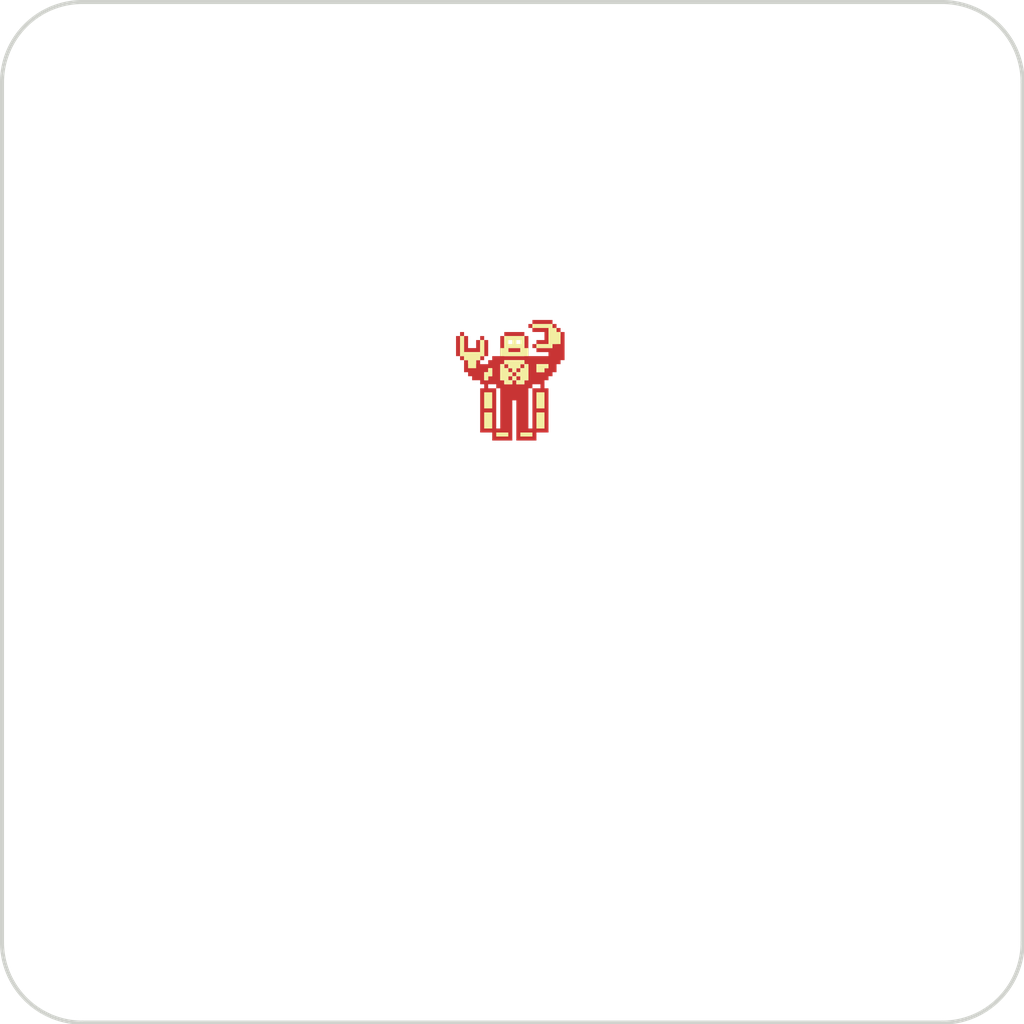
<source format=kicad_pcb>

            
(kicad_pcb (version 20171130) (host pcbnew 5.1.6)

  (page A3)
  (title_block
    (title travis)
    (rev 2024.03.25)
    (company "Travis Hardiman")
  )

  (general
    (thickness 1.6)
  )

  (layers
    (0 F.Cu signal)
    (31 B.Cu signal)
    (32 B.Adhes user)
    (33 F.Adhes user)
    (34 B.Paste user)
    (35 F.Paste user)
    (36 B.SilkS user)
    (37 F.SilkS user)
    (38 B.Mask user)
    (39 F.Mask user)
    (40 Dwgs.User user)
    (41 Cmts.User user)
    (42 Eco1.User user)
    (43 Eco2.User user)
    (44 Edge.Cuts user)
    (45 Margin user)
    (46 B.CrtYd user)
    (47 F.CrtYd user)
    (48 B.Fab user)
    (49 F.Fab user)
  )

  (setup
    (last_trace_width 0.25)
    (trace_clearance 0.2)
    (zone_clearance 0.508)
    (zone_45_only no)
    (trace_min 0.2)
    (via_size 0.8)
    (via_drill 0.4)
    (via_min_size 0.4)
    (via_min_drill 0.3)
    (uvia_size 0.3)
    (uvia_drill 0.1)
    (uvias_allowed no)
    (uvia_min_size 0.2)
    (uvia_min_drill 0.1)
    (edge_width 0.05)
    (segment_width 0.2)
    (pcb_text_width 0.3)
    (pcb_text_size 1.5 1.5)
    (mod_edge_width 0.12)
    (mod_text_size 1 1)
    (mod_text_width 0.15)
    (pad_size 1.524 1.524)
    (pad_drill 0.762)
    (pad_to_mask_clearance 0.05)
    (aux_axis_origin 0 0)
    (visible_elements FFFFFF7F)
    (pcbplotparams
      (layerselection 0x010fc_ffffffff)
      (usegerberextensions false)
      (usegerberattributes true)
      (usegerberadvancedattributes true)
      (creategerberjobfile true)
      (excludeedgelayer true)
      (linewidth 0.100000)
      (plotframeref false)
      (viasonmask false)
      (mode 1)
      (useauxorigin false)
      (hpglpennumber 1)
      (hpglpenspeed 20)
      (hpglpendiameter 15.000000)
      (psnegative false)
      (psa4output false)
      (plotreference true)
      (plotvalue true)
      (plotinvisibletext false)
      (padsonsilk false)
      (subtractmaskfromsilk false)
      (outputformat 1)
      (mirror false)
      (drillshape 1)
      (scaleselection 1)
      (outputdirectory ""))
  )

            (net 0 "")
            
  (net_class Default "This is the default net class."
    (clearance 0.2)
    (trace_width 0.25)
    (via_dia 0.8)
    (via_drill 0.4)
    (uvia_dia 0.3)
    (uvia_drill 0.1)
    (add_net "")
  )

            
    (module "travis:travis" (layer "F.Cu") (tedit 0)
    (at 0 0 0)
    (attr virtual)
    (fp_text reference "LOGO1" (at 0 -0.5 0)(layer "F.SilkS") hide
      (effects (font (size 1 1) (thickness 0.1)))
    )
    (fp_poly
       (pts
         (xy -0.750369 -4.179556)
         (xy -0.750369 -3.879409)
         (xy -0.900443 -3.879409)
         (xy -1.050517 -3.879409)
         (xy -1.050517 -4.179556)
         (xy -1.050517 -4.479704)
         (xy -0.900443 -4.479704)
         (xy -0.750369 -4.479704)
       )
       (stroke (width 0) (type solid)) (fill solid) (layer "F.SilkS")(uuid "f3347aa0-c9ef-45b7-bd62-cabcd01915eb"))
     (fp_poly
       (pts
         (xy -0.750369 -3.429187)
         (xy -0.750369 -3.129039)
         (xy -0.900443 -3.129039)
         (xy -1.050517 -3.129039)
         (xy -1.050517 -3.429187)
         (xy -1.050517 -3.729335)
         (xy -0.900443 -3.729335)
         (xy -0.750369 -3.729335)
       )
       (stroke (width 0) (type solid)) (fill solid) (layer "F.SilkS")(uuid "989c0ae3-a6b4-4524-8001-cafd48363946"))
     (fp_poly
       (pts
         (xy -0.150073 -2.903929)
         (xy -0.150073 -2.828892)
         (xy -0.375184 -2.828892)
         (xy -0.600295 -2.828892)
         (xy -0.600295 -2.903929)
         (xy -0.600295 -2.978966)
         (xy -0.375184 -2.978966)
         (xy -0.150073 -2.978966)
       )
       (stroke (width 0) (type solid)) (fill solid) (layer "F.SilkS")(uuid "b44aa831-de17-48be-9bcc-064a9014d5d0"))
     (fp_poly
       (pts
         (xy 0.75037 -2.903929)
         (xy 0.75037 -2.828892)
         (xy 0.525259 -2.828892)
         (xy 0.300148 -2.828892)
         (xy 0.300148 -2.903929)
         (xy 0.300148 -2.978966)
         (xy 0.525259 -2.978966)
         (xy 0.75037 -2.978966)
       )
       (stroke (width 0) (type solid)) (fill solid) (layer "F.SilkS")(uuid "4579f7d2-c6df-4d39-b054-daa4e6041e99"))
     (fp_poly
       (pts
         (xy 1.200591 -4.179556)
         (xy 1.200591 -3.879409)
         (xy 1.050517 -3.879409)
         (xy 0.900444 -3.879409)
         (xy 0.900444 -4.179556)
         (xy 0.900444 -4.479704)
         (xy 1.050517 -4.479704)
         (xy 1.200591 -4.479704)
       )
       (stroke (width 0) (type solid)) (fill solid) (layer "F.SilkS")(uuid "ec92309e-bd21-4a15-ae92-6bb3591a1845"))
     (fp_poly
       (pts
         (xy 1.200591 -3.429187)
         (xy 1.200591 -3.129039)
         (xy 1.050517 -3.129039)
         (xy 0.900444 -3.129039)
         (xy 0.900444 -3.429187)
         (xy 0.900444 -3.729335)
         (xy 1.050517 -3.729335)
         (xy 1.200591 -3.729335)
       )
       (stroke (width 0) (type solid)) (fill solid) (layer "F.SilkS")(uuid "de7e491d-0a2c-48d8-b793-95170c3c38f0"))
     (fp_poly
       (pts
         (xy 1.350665 -5.455184)
         (xy 1.350665 -5.380147)
         (xy 1.275628 -5.380147)
         (xy 1.200591 -5.380147)
         (xy 1.200591 -5.30511)
         (xy 1.200591 -5.230073)
         (xy 1.050517 -5.230073)
         (xy 0.900444 -5.230073)
         (xy 0.900444 -5.380147)
         (xy 0.900444 -5.530221)
         (xy 1.125554 -5.530221)
         (xy 1.350665 -5.530221)
       )
       (stroke (width 0) (type solid)) (fill solid) (layer "F.SilkS")(uuid "9c1d6d17-5c49-44da-ab6b-ca207503f5df"))
     (fp_poly
       (pts
         (xy -0.750369 -5.230073)
         (xy -0.750369 -5.08)
         (xy -0.825406 -5.08)
         (xy -0.900443 -5.08)
         (xy -0.900443 -5.004963)
         (xy -0.900443 -4.929926)
         (xy -0.97548 -4.929926)
         (xy -1.050517 -4.929926)
         (xy -1.050517 -5.08)
         (xy -1.050517 -5.230073)
         (xy -0.97548 -5.230073)
         (xy -0.900443 -5.230073)
         (xy -0.900443 -5.30511)
         (xy -0.900443 -5.380147)
         (xy -0.825406 -5.380147)
         (xy -0.750369 -5.380147)
       )
       (stroke (width 0) (type solid)) (fill solid) (layer "F.SilkS")(uuid "ac626845-71e3-48ec-95c2-388b04ca795f"))
     (fp_poly
       (pts
         (xy 1.500739 -6.955923)
         (xy 1.500739 -6.880886)
         (xy 1.575776 -6.880886)
         (xy 1.650813 -6.880886)
         (xy 1.650813 -6.805849)
         (xy 1.650813 -6.730812)
         (xy 1.72585 -6.730812)
         (xy 1.800887 -6.730812)
         (xy 1.800887 -6.505701)
         (xy 1.800887 -6.28059)
         (xy 1.650813 -6.28059)
         (xy 1.500739 -6.28059)
         (xy 1.500739 -6.205553)
         (xy 1.500739 -6.130517)
         (xy 1.200591 -6.130517)
         (xy 0.900444 -6.130517)
         (xy 0.900444 -6.205553)
         (xy 0.900444 -6.28059)
         (xy 1.125554 -6.28059)
         (xy 1.350665 -6.28059)
         (xy 1.350665 -6.580738)
         (xy 1.350665 -6.880886)
         (xy 1.050517 -6.880886)
         (xy 0.75037 -6.880886)
         (xy 0.75037 -6.955923)
         (xy 0.75037 -7.03096)
         (xy 1.125554 -7.03096)
         (xy 1.500739 -7.03096)
       )
       (stroke (width 0) (type solid)) (fill solid) (layer "F.SilkS")(uuid "bdf3adbc-3cd0-494c-86e3-6006d3c6535e"))
     (fp_poly
       (pts
         (xy -1.800886 -6.28059)
         (xy -1.800886 -5.980443)
         (xy -1.500738 -5.980443)
         (xy -1.20059 -5.980443)
         (xy -1.20059 -6.205553)
         (xy -1.20059 -6.430664)
         (xy -1.125553 -6.430664)
         (xy -1.050517 -6.430664)
         (xy -1.050517 -6.130517)
         (xy -1.050517 -5.830369)
         (xy -1.125553 -5.830369)
         (xy -1.20059 -5.830369)
         (xy -1.20059 -5.755332)
         (xy -1.20059 -5.680295)
         (xy -1.275627 -5.680295)
         (xy -1.350664 -5.680295)
         (xy -1.350664 -5.530221)
         (xy -1.350664 -5.380147)
         (xy -1.500738 -5.380147)
         (xy -1.650812 -5.380147)
         (xy -1.650812 -5.530221)
         (xy -1.650812 -5.680295)
         (xy -1.725849 -5.680295)
         (xy -1.800886 -5.680295)
         (xy -1.800886 -5.755332)
         (xy -1.800886 -5.830369)
         (xy -1.875923 -5.830369)
         (xy -1.95096 -5.830369)
         (xy -1.95096 -6.205553)
         (xy -1.95096 -6.580738)
         (xy -1.875923 -6.580738)
         (xy -1.800886 -6.580738)
       )
       (stroke (width 0) (type solid)) (fill solid) (layer "F.SilkS")(uuid "2a76c272-fb8b-4e9f-8387-183d2d5cab83"))
     (fp_poly
       (pts
         (xy 0.450222 -6.355627)
         (xy 0.450222 -6.130517)
         (xy 0.525259 -6.130517)
         (xy 0.600296 -6.130517)
         (xy 0.600296 -5.980443)
         (xy 0.600296 -5.830369)
         (xy 0.075037 -5.830369)
         (xy -0.450221 -5.830369)
         (xy -0.450221 -5.980443)
         (xy -0.450221 -6.130517)
         (xy -0.375184 -6.130517)
         (xy -0.300147 -6.130517)
         (xy -0.150073 -6.130517)
         (xy -0.150073 -6.05548)
         (xy -0.150073 -5.980443)
         (xy 0.075037 -5.980443)
         (xy 0.300148 -5.980443)
         (xy 0.300148 -6.05548)
         (xy 0.300148 -6.130517)
         (xy 0.075037 -6.130517)
         (xy -0.150073 -6.130517)
         (xy -0.300147 -6.130517)
         (xy -0.300147 -6.355627)
         (xy -0.300147 -6.430664)
         (xy -0.150073 -6.430664)
         (xy -0.150073 -6.355627)
         (xy -0.150073 -6.28059)
         (xy -0.075037 -6.28059)
         (xy 0 -6.28059)
         (xy 0 -6.355627)
         (xy 0 -6.430664)
         (xy 0.150074 -6.430664)
         (xy 0.150074 -6.355627)
         (xy 0.150074 -6.28059)
         (xy 0.225111 -6.28059)
         (xy 0.300148 -6.28059)
         (xy 0.300148 -6.355627)
         (xy 0.300148 -6.430664)
         (xy 0.225111 -6.430664)
         (xy 0.150074 -6.430664)
         (xy 0 -6.430664)
         (xy -0.075037 -6.430664)
         (xy -0.150073 -6.430664)
         (xy -0.300147 -6.430664)
         (xy -0.300147 -6.580738)
         (xy 0.075037 -6.580738)
         (xy 0.450222 -6.580738)
       )
       (stroke (width 0) (type solid)) (fill solid) (layer "F.SilkS")(uuid "fffc63b0-5fec-4f90-9be5-0151377b46f3"))
     (fp_poly
       (pts
         (xy 0.450222 -5.605258)
         (xy 0.450222 -5.530221)
         (xy 0.375185 -5.530221)
         (xy 0.300148 -5.530221)
         (xy 0.300148 -5.455184)
         (xy 0.300148 -5.380147)
         (xy 0.225111 -5.380147)
         (xy 0.150074 -5.380147)
         (xy 0.150074 -5.30511)
         (xy 0.150074 -5.230073)
         (xy 0.075037 -5.230073)
         (xy 0 -5.230073)
         (xy 0 -5.30511)
         (xy 0 -5.380147)
         (xy -0.075037 -5.380147)
         (xy -0.150073 -5.380147)
         (xy -0.150073 -5.30511)
         (xy -0.150073 -5.230073)
         (xy -0.075037 -5.230073)
         (xy 0 -5.230073)
         (xy 0 -5.155037)
         (xy 0 -5.08)
         (xy -0.075037 -5.08)
         (xy -0.150073 -5.08)
         (xy -0.150073 -5.004963)
         (xy -0.150073 -4.929926)
         (xy -0.075037 -4.929926)
         (xy 0 -4.929926)
         (xy 0 -5.004963)
         (xy 0 -5.08)
         (xy 0.075037 -5.08)
         (xy 0.150074 -5.08)
         (xy 0.150074 -5.004963)
         (xy 0.150074 -4.929926)
         (xy 0.225111 -4.929926)
         (xy 0.300148 -4.929926)
         (xy 0.300148 -5.004963)
         (xy 0.300148 -5.08)
         (xy 0.225111 -5.08)
         (xy 0.150074 -5.08)
         (xy 0.150074 -5.155037)
         (xy 0.150074 -5.230073)
         (xy 0.225111 -5.230073)
         (xy 0.300148 -5.230073)
         (xy 0.300148 -5.30511)
         (xy 0.300148 -5.380147)
         (xy 0.375185 -5.380147)
         (xy 0.450222 -5.380147)
         (xy 0.450222 -5.455184)
         (xy 0.450222 -5.530221)
         (xy 0.525259 -5.530221)
         (xy 0.600296 -5.530221)
         (xy 0.600296 -5.230073)
         (xy 0.600296 -4.929926)
         (xy 0.525259 -4.929926)
         (xy 0.450222 -4.929926)
         (xy 0.450222 -4.854889)
         (xy 0.450222 -4.779852)
         (xy 0.300148 -4.779852)
         (xy 0.150074 -4.779852)
         (xy 0.150074 -4.854889)
         (xy 0.150074 -4.929926)
         (xy 0.075037 -4.929926)
         (xy 0 -4.929926)
         (xy 0 -4.854889)
         (xy 0 -4.779852)
         (xy -0.150073 -4.779852)
         (xy -0.300147 -4.779852)
         (xy -0.300147 -4.854889)
         (xy -0.300147 -4.929926)
         (xy -0.375184 -4.929926)
         (xy -0.450221 -4.929926)
         (xy -0.450221 -5.230073)
         (xy -0.450221 -5.530221)
         (xy -0.375184 -5.530221)
         (xy -0.300147 -5.530221)
         (xy -0.300147 -5.455184)
         (xy -0.300147 -5.380147)
         (xy -0.22511 -5.380147)
         (xy -0.150073 -5.380147)
         (xy -0.150073 -5.455184)
         (xy -0.150073 -5.530221)
         (xy -0.22511 -5.530221)
         (xy -0.300147 -5.530221)
         (xy -0.300147 -5.605258)
         (xy -0.300147 -5.680295)
         (xy 0.075037 -5.680295)
         (xy 0.450222 -5.680295)
       )
       (stroke (width 0) (type solid)) (fill solid) (layer "F.SilkS")(uuid "6126b5f1-311c-4ee9-b3cc-9efa448e5dc4"))
     (fp_poly
       (pts
         (xy 0 -6.355627)
         (xy 0 -6.28059)
         (xy -0.075037 -6.28059)
         (xy -0.150073 -6.28059)
         (xy -0.150073 -6.355627)
         (xy -0.150073 -6.430664)
         (xy -0.075037 -6.430664)
         (xy 0 -6.430664)
       )
       (stroke (width 0) (type solid)) (fill solid) (layer "F.Mask")(uuid "aab62cca-211b-4166-9345-6d18662b1ee3"))
     (fp_poly
       (pts
         (xy 0.300148 -6.355627)
         (xy 0.300148 -6.28059)
         (xy 0.225111 -6.28059)
         (xy 0.150074 -6.28059)
         (xy 0.150074 -6.355627)
         (xy 0.150074 -6.430664)
         (xy 0.225111 -6.430664)
         (xy 0.300148 -6.430664)
       )
       (stroke (width 0) (type solid)) (fill solid) (layer "F.Mask")(uuid "2a9dcf12-656f-463c-a422-473ec99e2b4f"))
     (fp_poly
       (pts
         (xy -1.800886 -5.755332)
         (xy -1.800886 -5.680295)
         (xy -1.875923 -5.680295)
         (xy -1.95096 -5.680295)
         (xy -1.95096 -5.755332)
         (xy -1.95096 -5.830369)
         (xy -1.875923 -5.830369)
         (xy -1.800886 -5.830369)
       )
       (stroke (width 0) (type solid)) (fill solid) (layer F.Cu)(uuid "78f78fbe-263a-45f3-9e05-45a7f42dbf30"))
     (fp_poly
       (pts
         (xy -0.150073 -5.455184)
         (xy -0.150073 -5.380147)
         (xy -0.22511 -5.380147)
         (xy -0.300147 -5.380147)
         (xy -0.300147 -5.455184)
         (xy -0.300147 -5.530221)
         (xy -0.22511 -5.530221)
         (xy -0.150073 -5.530221)
       )
       (stroke (width 0) (type solid)) (fill solid) (layer F.Cu)(uuid "715c68c2-dcaa-4e3b-99eb-141a5f647d0a"))
     (fp_poly
       (pts
         (xy 0.300148 -6.05548)
         (xy 0.300148 -5.980443)
         (xy 0.075037 -5.980443)
         (xy -0.150073 -5.980443)
         (xy -0.150073 -6.05548)
         (xy -0.150073 -6.130517)
         (xy 0.075037 -6.130517)
         (xy 0.300148 -6.130517)
       )
       (stroke (width 0) (type solid)) (fill solid) (layer F.Cu)(uuid "daa6417e-99a6-4bfe-a398-65fa72620ee7"))
     (fp_poly
       (pts
         (xy 0.300148 -5.004963)
         (xy 0.300148 -4.929926)
         (xy 0.225111 -4.929926)
         (xy 0.150074 -4.929926)
         (xy 0.150074 -5.004963)
         (xy 0.150074 -5.08)
         (xy 0.225111 -5.08)
         (xy 0.300148 -5.08)
       )
       (stroke (width 0) (type solid)) (fill solid) (layer F.Cu)(uuid "9ad8782d-77c3-410d-9b6b-b60dccd88e4c"))
     (fp_poly
       (pts
         (xy 1.650813 -6.955923)
         (xy 1.650813 -6.880886)
         (xy 1.575776 -6.880886)
         (xy 1.500739 -6.880886)
         (xy 1.500739 -6.955923)
         (xy 1.500739 -7.03096)
         (xy 1.575776 -7.03096)
         (xy 1.650813 -7.03096)
       )
       (stroke (width 0) (type solid)) (fill solid) (layer F.Cu)(uuid "8a6a3756-3d23-41d3-9976-52b00d70c268"))
     (fp_poly
       (pts
         (xy 1.800887 -6.805849)
         (xy 1.800887 -6.730812)
         (xy 1.72585 -6.730812)
         (xy 1.650813 -6.730812)
         (xy 1.650813 -6.805849)
         (xy 1.650813 -6.880886)
         (xy 1.72585 -6.880886)
         (xy 1.800887 -6.880886)
       )
       (stroke (width 0) (type solid)) (fill solid) (layer F.Cu)(uuid "a42c7295-339a-4f00-954b-279d007f6704"))
     (fp_poly
       (pts
         (xy -1.800886 -6.655775)
         (xy -1.800886 -6.580738)
         (xy -1.875923 -6.580738)
         (xy -1.95096 -6.580738)
         (xy -1.95096 -6.205553)
         (xy -1.95096 -5.830369)
         (xy -2.025997 -5.830369)
         (xy -2.101034 -5.830369)
         (xy -2.101034 -6.205553)
         (xy -2.101034 -6.580738)
         (xy -2.025997 -6.580738)
         (xy -1.95096 -6.580738)
         (xy -1.95096 -6.655775)
         (xy -1.95096 -6.730812)
         (xy -1.875923 -6.730812)
         (xy -1.800886 -6.730812)
       )
       (stroke (width 0) (type solid)) (fill solid) (layer F.Cu)(uuid "3a378b46-6c29-4930-b57a-a2e7b8daa980"))
     (fp_poly
       (pts
         (xy 1.500739 -7.105997)
         (xy 1.500739 -7.03096)
         (xy 1.125554 -7.03096)
         (xy 0.75037 -7.03096)
         (xy 0.75037 -6.955923)
         (xy 0.75037 -6.880886)
         (xy 0.675333 -6.880886)
         (xy 0.600296 -6.880886)
         (xy 0.600296 -6.955923)
         (xy 0.600296 -7.03096)
         (xy 0.675333 -7.03096)
         (xy 0.75037 -7.03096)
         (xy 0.75037 -7.105997)
         (xy 0.75037 -7.181034)
         (xy 1.125554 -7.181034)
         (xy 1.500739 -7.181034)
       )
       (stroke (width 0) (type solid)) (fill solid) (layer F.Cu)(uuid "a72177b7-2bd1-4eb6-9ad1-0a11c9da3b0e"))
     (fp_poly
       (pts
         (xy -1.650812 -6.355627)
         (xy -1.650812 -6.130517)
         (xy -1.500738 -6.130517)
         (xy -1.350664 -6.130517)
         (xy -1.350664 -6.28059)
         (xy -1.350664 -6.430664)
         (xy -1.275627 -6.430664)
         (xy -1.20059 -6.430664)
         (xy -1.20059 -6.505701)
         (xy -1.20059 -6.580738)
         (xy -1.125553 -6.580738)
         (xy -1.050517 -6.580738)
         (xy -1.050517 -6.505701)
         (xy -1.050517 -6.430664)
         (xy -1.125553 -6.430664)
         (xy -1.20059 -6.430664)
         (xy -1.20059 -6.205553)
         (xy -1.20059 -5.980443)
         (xy -1.500738 -5.980443)
         (xy -1.800886 -5.980443)
         (xy -1.800886 -6.28059)
         (xy -1.800886 -6.580738)
         (xy -1.725849 -6.580738)
         (xy -1.650812 -6.580738)
       )
       (stroke (width 0) (type solid)) (fill solid) (layer F.Cu)(uuid "6137f760-6b7b-4287-9d45-e9e2a45043ac"))
     (fp_poly
       (pts
         (xy 0.450222 -5.455184)
         (xy 0.450222 -5.380147)
         (xy 0.375185 -5.380147)
         (xy 0.300148 -5.380147)
         (xy 0.300148 -5.30511)
         (xy 0.300148 -5.230073)
         (xy 0.225111 -5.230073)
         (xy 0.150074 -5.230073)
         (xy 0.150074 -5.155037)
         (xy 0.150074 -5.08)
         (xy 0.075037 -5.08)
         (xy 0 -5.08)
         (xy 0 -5.004963)
         (xy 0 -4.929926)
         (xy -0.075037 -4.929926)
         (xy -0.150073 -4.929926)
         (xy -0.150073 -5.004963)
         (xy -0.150073 -5.08)
         (xy -0.075037 -5.08)
         (xy 0 -5.08)
         (xy 0 -5.155037)
         (xy 0 -5.230073)
         (xy -0.075037 -5.230073)
         (xy -0.150073 -5.230073)
         (xy -0.150073 -5.30511)
         (xy -0.150073 -5.380147)
         (xy -0.075037 -5.380147)
         (xy 0 -5.380147)
         (xy 0 -5.30511)
         (xy 0 -5.230073)
         (xy 0.075037 -5.230073)
         (xy 0.150074 -5.230073)
         (xy 0.150074 -5.30511)
         (xy 0.150074 -5.380147)
         (xy 0.225111 -5.380147)
         (xy 0.300148 -5.380147)
         (xy 0.300148 -5.455184)
         (xy 0.300148 -5.530221)
         (xy 0.375185 -5.530221)
         (xy 0.450222 -5.530221)
       )
       (stroke (width 0) (type solid)) (fill solid) (layer F.Cu)(uuid "2f3dea81-a50e-412b-ae53-3e8d82d321d5"))
     (fp_poly
       (pts
         (xy 1.350665 -6.580738)
         (xy 1.350665 -6.28059)
         (xy 1.125554 -6.28059)
         (xy 0.900444 -6.28059)
         (xy 0.900444 -6.205553)
         (xy 0.900444 -6.130517)
         (xy 1.200591 -6.130517)
         (xy 1.500739 -6.130517)
         (xy 1.500739 -6.205553)
         (xy 1.500739 -6.28059)
         (xy 1.575776 -6.28059)
         (xy 1.650813 -6.28059)
         (xy 1.650813 -6.430664)
         (xy 1.650813 -6.580738)
         (xy 1.72585 -6.580738)
         (xy 1.800887 -6.580738)
         (xy 1.800887 -6.655775)
         (xy 1.800887 -6.730812)
         (xy 1.875924 -6.730812)
         (xy 1.950961 -6.730812)
         (xy 1.950961 -6.205553)
         (xy 1.950961 -5.680295)
         (xy 1.875924 -5.680295)
         (xy 1.800887 -5.680295)
         (xy 1.800887 -5.605258)
         (xy 1.800887 -5.530221)
         (xy 1.72585 -5.530221)
         (xy 1.650813 -5.530221)
         (xy 1.650813 -5.380147)
         (xy 1.650813 -5.230073)
         (xy 1.575776 -5.230073)
         (xy 1.500739 -5.230073)
         (xy 1.500739 -5.155037)
         (xy 1.500739 -5.08)
         (xy 1.425702 -5.08)
         (xy 1.350665 -5.08)
         (xy 1.350665 -5.004963)
         (xy 1.350665 -4.929926)
         (xy 1.275628 -4.929926)
         (xy 1.200591 -4.929926)
         (xy 1.200591 -4.779852)
         (xy 1.200591 -4.629778)
         (xy 1.275628 -4.629778)
         (xy 1.350665 -4.629778)
         (xy 1.350665 -3.804372)
         (xy 1.350665 -2.978966)
         (xy 1.125554 -2.978966)
         (xy 0.900444 -2.978966)
         (xy 0.900444 -2.828892)
         (xy 0.900444 -2.678818)
         (xy 0.525259 -2.678818)
         (xy 0.150074 -2.678818)
         (xy 0.150074 -3.129039)
         (xy 0.600296 -3.129039)
         (xy 0.675333 -3.129039)
         (xy 0.75037 -3.129039)
         (xy 0.75037 -3.879409)
         (xy 0.75037 -4.629778)
         (xy 0.900444 -4.629778)
         (xy 1.050517 -4.629778)
         (xy 1.050517 -4.704815)
         (xy 1.050517 -4.779852)
         (xy 0.900444 -4.779852)
         (xy 0.75037 -4.779852)
         (xy 0.75037 -4.704815)
         (xy 0.75037 -4.629778)
         (xy 0.675333 -4.629778)
         (xy 0.600296 -4.629778)
         (xy 0.600296 -3.879409)
         (xy 0.600296 -3.129039)
         (xy 0.150074 -3.129039)
         (xy 0.150074 -3.429187)
         (xy 0.150074 -4.179556)
         (xy 0.075037 -4.179556)
         (xy 0 -4.179556)
         (xy 0 -3.429187)
         (xy 0 -2.678818)
         (xy -0.375184 -2.678818)
         (xy -0.750369 -2.678818)
         (xy -0.750369 -2.828892)
         (xy -0.750369 -2.978966)
         (xy -0.97548 -2.978966)
         (xy -1.20059 -2.978966)
         (xy -1.20059 -3.804372)
         (xy -1.20059 -4.629778)
         (xy -1.125553 -4.629778)
         (xy -1.050517 -4.629778)
         (xy -1.050517 -4.704815)
         (xy -1.050517 -4.779852)
         (xy -0.900443 -4.779852)
         (xy -0.900443 -4.704815)
         (xy -0.900443 -4.629778)
         (xy -0.750369 -4.629778)
         (xy -0.600295 -4.629778)
         (xy -0.600295 -3.879409)
         (xy -0.600295 -3.129039)
         (xy -0.525258 -3.129039)
         (xy -0.450221 -3.129039)
         (xy -0.450221 -3.879409)
         (xy -0.450221 -4.629778)
         (xy -0.525258 -4.629778)
         (xy -0.600295 -4.629778)
         (xy -0.600295 -4.704815)
         (xy -0.600295 -4.779852)
         (xy -0.750369 -4.779852)
         (xy -0.900443 -4.779852)
         (xy -1.050517 -4.779852)
         (xy -1.125553 -4.779852)
         (xy -1.20059 -4.779852)
         (xy -1.20059 -4.854889)
         (xy -1.20059 -4.929926)
         (xy -1.050517 -4.929926)
         (xy -0.97548 -4.929926)
         (xy -0.900443 -4.929926)
         (xy -0.450221 -4.929926)
         (xy -0.375184 -4.929926)
         (xy -0.300147 -4.929926)
         (xy -0.300147 -4.854889)
         (xy -0.300147 -4.779852)
         (xy -0.150073 -4.779852)
         (xy 0 -4.779852)
         (xy 0 -4.854889)
         (xy 0 -4.929926)
         (xy 0.075037 -4.929926)
         (xy 0.150074 -4.929926)
         (xy 0.150074 -4.854889)
         (xy 0.150074 -4.779852)
         (xy 0.300148 -4.779852)
         (xy 0.450222 -4.779852)
         (xy 0.450222 -4.854889)
         (xy 0.450222 -4.929926)
         (xy 0.525259 -4.929926)
         (xy 0.600296 -4.929926)
         (xy 0.600296 -5.230073)
         (xy 0.600296 -5.530221)
         (xy 0.900444 -5.530221)
         (xy 0.900444 -5.380147)
         (xy 0.900444 -5.230073)
         (xy 1.050517 -5.230073)
         (xy 1.200591 -5.230073)
         (xy 1.200591 -5.30511)
         (xy 1.200591 -5.380147)
         (xy 1.275628 -5.380147)
         (xy 1.350665 -5.380147)
         (xy 1.350665 -5.455184)
         (xy 1.350665 -5.530221)
         (xy 1.125554 -5.530221)
         (xy 0.900444 -5.530221)
         (xy 0.600296 -5.530221)
         (xy 0.525259 -5.530221)
         (xy 0.450222 -5.530221)
         (xy 0.450222 -5.605258)
         (xy 0.450222 -5.680295)
         (xy 0.075037 -5.680295)
         (xy -0.300147 -5.680295)
         (xy -0.300147 -5.605258)
         (xy -0.300147 -5.530221)
         (xy -0.375184 -5.530221)
         (xy -0.450221 -5.530221)
         (xy -0.450221 -5.230073)
         (xy -0.450221 -4.929926)
         (xy -0.900443 -4.929926)
         (xy -0.900443 -5.004963)
         (xy -0.900443 -5.08)
         (xy -0.825406 -5.08)
         (xy -0.750369 -5.08)
         (xy -0.750369 -5.230073)
         (xy -0.750369 -5.380147)
         (xy -0.825406 -5.380147)
         (xy -0.900443 -5.380147)
         (xy -0.900443 -5.30511)
         (xy -0.900443 -5.230073)
         (xy -0.97548 -5.230073)
         (xy -1.050517 -5.230073)
         (xy -1.050517 -5.08)
         (xy -1.050517 -4.929926)
         (xy -1.20059 -4.929926)
         (xy -1.350664 -4.929926)
         (xy -1.500738 -4.929926)
         (xy -1.500738 -5.004963)
         (xy -1.500738 -5.08)
         (xy -1.575775 -5.08)
         (xy -1.650812 -5.08)
         (xy -1.650812 -5.155037)
         (xy -1.650812 -5.230073)
         (xy -1.725849 -5.230073)
         (xy -1.800886 -5.230073)
         (xy -1.800886 -5.455184)
         (xy -1.800886 -5.680295)
         (xy -1.725849 -5.680295)
         (xy -1.650812 -5.680295)
         (xy -1.650812 -5.605258)
         (xy -1.650812 -5.530221)
         (xy -1.500738 -5.530221)
         (xy -1.350664 -5.530221)
         (xy -1.350664 -5.605258)
         (xy -1.350664 -5.680295)
         (xy -1.275627 -5.680295)
         (xy -1.20059 -5.680295)
         (xy -1.20059 -5.755332)
         (xy -1.20059 -5.830369)
         (xy -1.125553 -5.830369)
         (xy -1.050517 -5.830369)
         (xy -1.050517 -6.130517)
         (xy -1.050517 -6.430664)
         (xy -0.97548 -6.430664)
         (xy -0.900443 -6.430664)
         (xy -0.900443 -6.130517)
         (xy -0.900443 -5.830369)
         (xy -0.97548 -5.830369)
         (xy -1.050517 -5.830369)
         (xy -1.050517 -5.755332)
         (xy -1.050517 -5.680295)
         (xy -1.125553 -5.680295)
         (xy -1.20059 -5.680295)
         (xy -1.20059 -5.605258)
         (xy -1.20059 -5.530221)
         (xy -1.050517 -5.530221)
         (xy -0.900443 -5.530221)
         (xy -0.900443 -5.605258)
         (xy -0.900443 -5.680295)
         (xy -0.825406 -5.680295)
         (xy -0.750369 -5.680295)
         (xy -0.750369 -5.755332)
         (xy -0.750369 -5.830369)
         (xy -0.600295 -5.830369)
         (xy -0.450221 -5.830369)
         (xy -0.450221 -6.205553)
         (xy -0.450221 -6.580738)
         (xy -0.375184 -6.580738)
         (xy -0.300147 -6.580738)
         (xy -0.300147 -6.655775)
         (xy -0.300147 -6.730812)
         (xy 0.075037 -6.730812)
         (xy 0.450222 -6.730812)
         (xy 0.450222 -6.655775)
         (xy 0.450222 -6.580738)
         (xy 0.075037 -6.580738)
         (xy -0.300147 -6.580738)
         (xy -0.300147 -6.205553)
         (xy -0.300147 -5.830369)
         (xy 0.075037 -5.830369)
         (xy 0.450222 -5.830369)
         (xy 0.450222 -6.205553)
         (xy 0.450222 -6.580738)
         (xy 0.525259 -6.580738)
         (xy 0.600296 -6.580738)
         (xy 0.600296 -6.205553)
         (xy 0.600296 -5.830369)
         (xy 0.97548 -5.830369)
         (xy 1.350665 -5.830369)
         (xy 1.350665 -5.905406)
         (xy 1.350665 -5.980443)
         (xy 1.125554 -5.980443)
         (xy 0.900444 -5.980443)
         (xy 0.900444 -6.05548)
         (xy 0.900444 -6.130517)
         (xy 0.825407 -6.130517)
         (xy 0.75037 -6.130517)
         (xy 0.75037 -6.205553)
         (xy 0.75037 -6.28059)
         (xy 0.825407 -6.28059)
         (xy 0.900444 -6.28059)
         (xy 0.900444 -6.355627)
         (xy 0.900444 -6.430664)
         (xy 1.050517 -6.430664)
         (xy 1.200591 -6.430664)
         (xy 1.200591 -6.580738)
         (xy 1.200591 -6.730812)
         (xy 0.97548 -6.730812)
         (xy 0.75037 -6.730812)
         (xy 0.75037 -6.805849)
         (xy 0.75037 -6.880886)
         (xy 1.050517 -6.880886)
         (xy 1.350665 -6.880886)
       )
       (stroke (width 0) (type solid)) (fill solid) (layer F.Cu)(uuid "7029871f-efcc-4fab-92ba-136af30a4742"))
   )
            (gr_line (start -19.05 16.05) (end -19.05 -16.05) (angle 90) (layer Edge.Cuts) (width 0.15))
(gr_line (start -16.05 -19.05) (end 16.05 -19.05) (angle 90) (layer Edge.Cuts) (width 0.15))
(gr_line (start 19.05 -16.05) (end 19.05 16.05) (angle 90) (layer Edge.Cuts) (width 0.15))
(gr_line (start 16.05 19.05) (end -16.05 19.05) (angle 90) (layer Edge.Cuts) (width 0.15))
(gr_arc (start -16.05 -16.05) (end -16.05 -19.05) (angle -90) (layer Edge.Cuts) (width 0.15))
(gr_arc (start 16.05 -16.05) (end 19.05 -16.05) (angle -90) (layer Edge.Cuts) (width 0.15))
(gr_arc (start 16.05 16.05) (end 16.05 19.05) (angle -90) (layer Edge.Cuts) (width 0.15))
(gr_arc (start -16.05 16.05) (end -19.05 16.05) (angle -90) (layer Edge.Cuts) (width 0.15))
            
)

        
</source>
